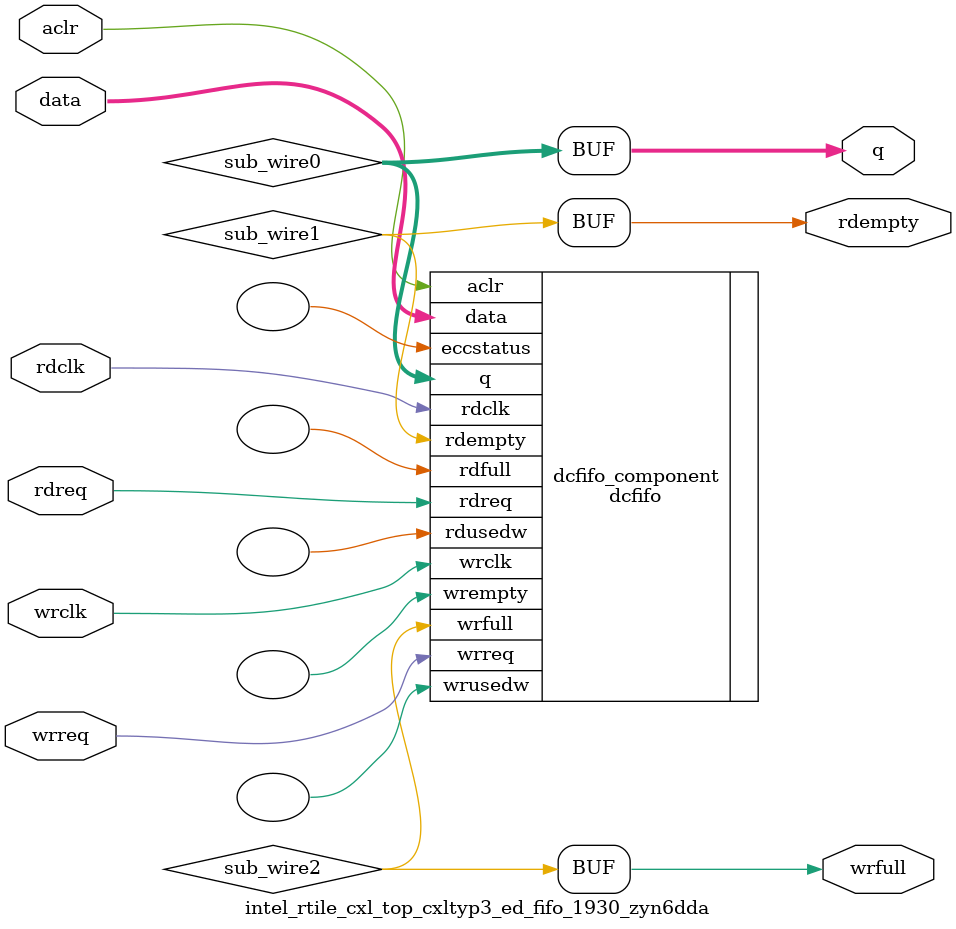
<source format=v>



`timescale 1 ps / 1 ps
// synopsys translate_on
module  intel_rtile_cxl_top_cxltyp3_ed_fifo_1930_zyn6dda  (
    aclr,
    data,
    rdclk,
    rdreq,
    wrclk,
    wrreq,
    q,
    rdempty,
    wrfull);

    input    aclr;
    input  [143:0]  data;
    input    rdclk;
    input    rdreq;
    input    wrclk;
    input    wrreq;
    output [143:0]  q;
    output   rdempty;
    output   wrfull;
`ifndef ALTERA_RESERVED_QIS
// synopsys translate_off
`endif
    tri0     aclr;
`ifndef ALTERA_RESERVED_QIS
// synopsys translate_on
`endif

    wire [143:0] sub_wire0;
    wire  sub_wire1;
    wire  sub_wire2;
    wire [143:0] q = sub_wire0[143:0];
    wire  rdempty = sub_wire1;
    wire  wrfull = sub_wire2;

    dcfifo  dcfifo_component (
                .aclr (aclr),
                .data (data),
                .rdclk (rdclk),
                .rdreq (rdreq),
                .wrclk (wrclk),
                .wrreq (wrreq),
                .q (sub_wire0),
                .rdempty (sub_wire1),
                .wrfull (sub_wire2),
                .eccstatus (),
                .rdfull (),
                .rdusedw (),
                .wrempty (),
                .wrusedw ());
    defparam
        dcfifo_component.enable_ecc  = "FALSE",
        dcfifo_component.intended_device_family  = "Agilex 7",
        dcfifo_component.lpm_hint  = "DISABLE_DCFIFO_EMBEDDED_TIMING_CONSTRAINT=TRUE",
        dcfifo_component.lpm_numwords  = 8,
        dcfifo_component.lpm_showahead  = "ON",
        dcfifo_component.lpm_type  = "dcfifo",
        dcfifo_component.lpm_width  = 144,
        dcfifo_component.lpm_widthu  = 3,
        dcfifo_component.overflow_checking  = "ON",
        dcfifo_component.rdsync_delaypipe  = 5,
        dcfifo_component.read_aclr_synch  = "ON",
        dcfifo_component.underflow_checking  = "ON",
        dcfifo_component.use_eab  = "ON",
        dcfifo_component.write_aclr_synch  = "OFF",
        dcfifo_component.wrsync_delaypipe  = 5;


endmodule



</source>
